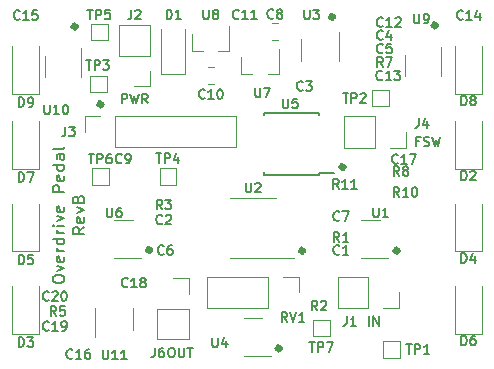
<source format=gbr>
G04 #@! TF.GenerationSoftware,KiCad,Pcbnew,5.1.5-52549c5~84~ubuntu18.04.1*
G04 #@! TF.CreationDate,2020-03-31T23:43:49+01:00*
G04 #@! TF.ProjectId,OverdrivePedal_RevB,4f766572-6472-4697-9665-506564616c5f,RevB*
G04 #@! TF.SameCoordinates,Original*
G04 #@! TF.FileFunction,Legend,Top*
G04 #@! TF.FilePolarity,Positive*
%FSLAX46Y46*%
G04 Gerber Fmt 4.6, Leading zero omitted, Abs format (unit mm)*
G04 Created by KiCad (PCBNEW 5.1.5-52549c5~84~ubuntu18.04.1) date 2020-03-31 23:43:49*
%MOMM*%
%LPD*%
G04 APERTURE LIST*
%ADD10C,0.150000*%
%ADD11C,0.500000*%
%ADD12C,0.200000*%
%ADD13C,0.120000*%
G04 APERTURE END LIST*
D10*
X159042190Y-92195657D02*
X158775523Y-92195657D01*
X158775523Y-92614704D02*
X158775523Y-91814704D01*
X159156476Y-91814704D01*
X159423142Y-92576609D02*
X159537428Y-92614704D01*
X159727904Y-92614704D01*
X159804095Y-92576609D01*
X159842190Y-92538514D01*
X159880285Y-92462323D01*
X159880285Y-92386133D01*
X159842190Y-92309942D01*
X159804095Y-92271847D01*
X159727904Y-92233752D01*
X159575523Y-92195657D01*
X159499333Y-92157561D01*
X159461238Y-92119466D01*
X159423142Y-92043276D01*
X159423142Y-91967085D01*
X159461238Y-91890895D01*
X159499333Y-91852800D01*
X159575523Y-91814704D01*
X159766000Y-91814704D01*
X159880285Y-91852800D01*
X160146952Y-91814704D02*
X160337428Y-92614704D01*
X160489809Y-92043276D01*
X160642190Y-92614704D01*
X160832666Y-91814704D01*
D11*
X152654000Y-94361000D02*
G75*
G03X152654000Y-94361000I-127000J0D01*
G01*
X136271000Y-101396800D02*
G75*
G03X136271000Y-101396800I-127000J0D01*
G01*
X147256500Y-109715300D02*
G75*
G03X147256500Y-109715300I-127000J0D01*
G01*
X129984500Y-82486500D02*
G75*
G03X129984500Y-82486500I-127000J0D01*
G01*
X151765000Y-81661000D02*
G75*
G03X151765000Y-81661000I-127000J0D01*
G01*
X160464500Y-82359500D02*
G75*
G03X160464500Y-82359500I-127000J0D01*
G01*
X157226000Y-101460300D02*
G75*
G03X157226000Y-101460300I-127000J0D01*
G01*
X149225000Y-101460300D02*
G75*
G03X149225000Y-101460300I-127000J0D01*
G01*
X132156200Y-89052400D02*
G75*
G03X132156200Y-89052400I-127000J0D01*
G01*
D10*
X133858133Y-88957104D02*
X133858133Y-88157104D01*
X134162895Y-88157104D01*
X134239085Y-88195200D01*
X134277180Y-88233295D01*
X134315276Y-88309485D01*
X134315276Y-88423771D01*
X134277180Y-88499961D01*
X134239085Y-88538057D01*
X134162895Y-88576152D01*
X133858133Y-88576152D01*
X134581942Y-88157104D02*
X134772419Y-88957104D01*
X134924800Y-88385676D01*
X135077180Y-88957104D01*
X135267657Y-88157104D01*
X136029561Y-88957104D02*
X135762895Y-88576152D01*
X135572419Y-88957104D02*
X135572419Y-88157104D01*
X135877180Y-88157104D01*
X135953371Y-88195200D01*
X135991466Y-88233295D01*
X136029561Y-88309485D01*
X136029561Y-88423771D01*
X135991466Y-88499961D01*
X135953371Y-88538057D01*
X135877180Y-88576152D01*
X135572419Y-88576152D01*
X137985600Y-109670904D02*
X138137980Y-109670904D01*
X138214171Y-109709000D01*
X138290361Y-109785190D01*
X138328457Y-109937571D01*
X138328457Y-110204238D01*
X138290361Y-110356619D01*
X138214171Y-110432809D01*
X138137980Y-110470904D01*
X137985600Y-110470904D01*
X137909409Y-110432809D01*
X137833219Y-110356619D01*
X137795123Y-110204238D01*
X137795123Y-109937571D01*
X137833219Y-109785190D01*
X137909409Y-109709000D01*
X137985600Y-109670904D01*
X138671314Y-109670904D02*
X138671314Y-110318523D01*
X138709409Y-110394714D01*
X138747504Y-110432809D01*
X138823695Y-110470904D01*
X138976076Y-110470904D01*
X139052266Y-110432809D01*
X139090361Y-110394714D01*
X139128457Y-110318523D01*
X139128457Y-109670904D01*
X139395123Y-109670904D02*
X139852266Y-109670904D01*
X139623695Y-110470904D02*
X139623695Y-109670904D01*
X154774952Y-107803904D02*
X154774952Y-107003904D01*
X155155904Y-107803904D02*
X155155904Y-107003904D01*
X155613047Y-107803904D01*
X155613047Y-107003904D01*
D12*
X127989980Y-103950400D02*
X127989980Y-103759923D01*
X128037600Y-103664685D01*
X128132838Y-103569447D01*
X128323314Y-103521828D01*
X128656647Y-103521828D01*
X128847123Y-103569447D01*
X128942361Y-103664685D01*
X128989980Y-103759923D01*
X128989980Y-103950400D01*
X128942361Y-104045638D01*
X128847123Y-104140876D01*
X128656647Y-104188495D01*
X128323314Y-104188495D01*
X128132838Y-104140876D01*
X128037600Y-104045638D01*
X127989980Y-103950400D01*
X128323314Y-103188495D02*
X128989980Y-102950400D01*
X128323314Y-102712304D01*
X128942361Y-101950400D02*
X128989980Y-102045638D01*
X128989980Y-102236114D01*
X128942361Y-102331352D01*
X128847123Y-102378971D01*
X128466171Y-102378971D01*
X128370933Y-102331352D01*
X128323314Y-102236114D01*
X128323314Y-102045638D01*
X128370933Y-101950400D01*
X128466171Y-101902780D01*
X128561409Y-101902780D01*
X128656647Y-102378971D01*
X128989980Y-101474209D02*
X128323314Y-101474209D01*
X128513790Y-101474209D02*
X128418552Y-101426590D01*
X128370933Y-101378971D01*
X128323314Y-101283733D01*
X128323314Y-101188495D01*
X128989980Y-100426590D02*
X127989980Y-100426590D01*
X128942361Y-100426590D02*
X128989980Y-100521828D01*
X128989980Y-100712304D01*
X128942361Y-100807542D01*
X128894742Y-100855161D01*
X128799504Y-100902780D01*
X128513790Y-100902780D01*
X128418552Y-100855161D01*
X128370933Y-100807542D01*
X128323314Y-100712304D01*
X128323314Y-100521828D01*
X128370933Y-100426590D01*
X128989980Y-99950400D02*
X128323314Y-99950400D01*
X128513790Y-99950400D02*
X128418552Y-99902780D01*
X128370933Y-99855161D01*
X128323314Y-99759923D01*
X128323314Y-99664685D01*
X128989980Y-99331352D02*
X128323314Y-99331352D01*
X127989980Y-99331352D02*
X128037600Y-99378971D01*
X128085219Y-99331352D01*
X128037600Y-99283733D01*
X127989980Y-99331352D01*
X128085219Y-99331352D01*
X128323314Y-98950400D02*
X128989980Y-98712304D01*
X128323314Y-98474209D01*
X128942361Y-97712304D02*
X128989980Y-97807542D01*
X128989980Y-97998019D01*
X128942361Y-98093257D01*
X128847123Y-98140876D01*
X128466171Y-98140876D01*
X128370933Y-98093257D01*
X128323314Y-97998019D01*
X128323314Y-97807542D01*
X128370933Y-97712304D01*
X128466171Y-97664685D01*
X128561409Y-97664685D01*
X128656647Y-98140876D01*
X128989980Y-96474209D02*
X127989980Y-96474209D01*
X127989980Y-96093257D01*
X128037600Y-95998019D01*
X128085219Y-95950400D01*
X128180457Y-95902780D01*
X128323314Y-95902780D01*
X128418552Y-95950400D01*
X128466171Y-95998019D01*
X128513790Y-96093257D01*
X128513790Y-96474209D01*
X128942361Y-95093257D02*
X128989980Y-95188495D01*
X128989980Y-95378971D01*
X128942361Y-95474209D01*
X128847123Y-95521828D01*
X128466171Y-95521828D01*
X128370933Y-95474209D01*
X128323314Y-95378971D01*
X128323314Y-95188495D01*
X128370933Y-95093257D01*
X128466171Y-95045638D01*
X128561409Y-95045638D01*
X128656647Y-95521828D01*
X128989980Y-94188495D02*
X127989980Y-94188495D01*
X128942361Y-94188495D02*
X128989980Y-94283733D01*
X128989980Y-94474209D01*
X128942361Y-94569447D01*
X128894742Y-94617066D01*
X128799504Y-94664685D01*
X128513790Y-94664685D01*
X128418552Y-94617066D01*
X128370933Y-94569447D01*
X128323314Y-94474209D01*
X128323314Y-94283733D01*
X128370933Y-94188495D01*
X128989980Y-93283733D02*
X128466171Y-93283733D01*
X128370933Y-93331352D01*
X128323314Y-93426590D01*
X128323314Y-93617066D01*
X128370933Y-93712304D01*
X128942361Y-93283733D02*
X128989980Y-93378971D01*
X128989980Y-93617066D01*
X128942361Y-93712304D01*
X128847123Y-93759923D01*
X128751885Y-93759923D01*
X128656647Y-93712304D01*
X128609028Y-93617066D01*
X128609028Y-93378971D01*
X128561409Y-93283733D01*
X128989980Y-92664685D02*
X128942361Y-92759923D01*
X128847123Y-92807542D01*
X127989980Y-92807542D01*
X130689980Y-99450400D02*
X130213790Y-99783733D01*
X130689980Y-100021828D02*
X129689980Y-100021828D01*
X129689980Y-99640876D01*
X129737600Y-99545638D01*
X129785219Y-99498019D01*
X129880457Y-99450400D01*
X130023314Y-99450400D01*
X130118552Y-99498019D01*
X130166171Y-99545638D01*
X130213790Y-99640876D01*
X130213790Y-100021828D01*
X130642361Y-98640876D02*
X130689980Y-98736114D01*
X130689980Y-98926590D01*
X130642361Y-99021828D01*
X130547123Y-99069447D01*
X130166171Y-99069447D01*
X130070933Y-99021828D01*
X130023314Y-98926590D01*
X130023314Y-98736114D01*
X130070933Y-98640876D01*
X130166171Y-98593257D01*
X130261409Y-98593257D01*
X130356647Y-99069447D01*
X130023314Y-98259923D02*
X130689980Y-98021828D01*
X130023314Y-97783733D01*
X130166171Y-97069447D02*
X130213790Y-96926590D01*
X130261409Y-96878971D01*
X130356647Y-96831352D01*
X130499504Y-96831352D01*
X130594742Y-96878971D01*
X130642361Y-96926590D01*
X130689980Y-97021828D01*
X130689980Y-97402780D01*
X129689980Y-97402780D01*
X129689980Y-97069447D01*
X129737600Y-96974209D01*
X129785219Y-96926590D01*
X129880457Y-96878971D01*
X129975695Y-96878971D01*
X130070933Y-96926590D01*
X130118552Y-96974209D01*
X130166171Y-97069447D01*
X130166171Y-97402780D01*
D13*
X141115148Y-87324000D02*
X141637652Y-87324000D01*
X141115148Y-85904000D02*
X141637652Y-85904000D01*
X147073252Y-82195600D02*
X146550748Y-82195600D01*
X147073252Y-83615600D02*
X146550748Y-83615600D01*
X151449000Y-107300800D02*
X151449000Y-108700800D01*
X150049000Y-107300800D02*
X151449000Y-107300800D01*
X150049000Y-108700800D02*
X150049000Y-107300800D01*
X151449000Y-108700800D02*
X150049000Y-108700800D01*
X132754600Y-94461100D02*
X132754600Y-95861100D01*
X131354600Y-94461100D02*
X132754600Y-94461100D01*
X131354600Y-95861100D02*
X131354600Y-94461100D01*
X132754600Y-95861100D02*
X131354600Y-95861100D01*
X131253000Y-83631000D02*
X131253000Y-82231000D01*
X132653000Y-83631000D02*
X131253000Y-83631000D01*
X132653000Y-82231000D02*
X132653000Y-83631000D01*
X131253000Y-82231000D02*
X132653000Y-82231000D01*
X137056900Y-95861100D02*
X137056900Y-94461100D01*
X138456900Y-95861100D02*
X137056900Y-95861100D01*
X138456900Y-94461100D02*
X138456900Y-95861100D01*
X137056900Y-94461100D02*
X138456900Y-94461100D01*
X131176800Y-88025200D02*
X131176800Y-86625200D01*
X132576800Y-88025200D02*
X131176800Y-88025200D01*
X132576800Y-86625200D02*
X132576800Y-88025200D01*
X131176800Y-86625200D02*
X132576800Y-86625200D01*
X155040100Y-89219000D02*
X155040100Y-87819000D01*
X156440100Y-89219000D02*
X155040100Y-89219000D01*
X156440100Y-87819000D02*
X156440100Y-89219000D01*
X155040100Y-87819000D02*
X156440100Y-87819000D01*
X155967200Y-109104200D02*
X157367200Y-109104200D01*
X155967200Y-110504200D02*
X155967200Y-109104200D01*
X157367200Y-110504200D02*
X155967200Y-110504200D01*
X157367200Y-109104200D02*
X157367200Y-110504200D01*
X131613000Y-106338800D02*
X131613000Y-108788800D01*
X134833000Y-108138800D02*
X134833000Y-106338800D01*
X152232000Y-85355000D02*
X152232000Y-82905000D01*
X149012000Y-83555000D02*
X149012000Y-85355000D01*
X130415000Y-86732000D02*
X130415000Y-84302000D01*
X127345000Y-84972000D02*
X127345000Y-86732000D01*
X160895000Y-86655800D02*
X160895000Y-84225800D01*
X157825000Y-84895800D02*
X157825000Y-86655800D01*
X139771000Y-84580000D02*
X139771000Y-83120000D01*
X142931000Y-84580000D02*
X142931000Y-82420000D01*
X142931000Y-84580000D02*
X142001000Y-84580000D01*
X139771000Y-84580000D02*
X140701000Y-84580000D01*
X143962000Y-86510400D02*
X143962000Y-85050400D01*
X147122000Y-86510400D02*
X147122000Y-84350400D01*
X147122000Y-86510400D02*
X146192000Y-86510400D01*
X143962000Y-86510400D02*
X144892000Y-86510400D01*
X133159600Y-102069700D02*
X135459600Y-102069700D01*
X134759600Y-98869700D02*
X133159600Y-98869700D01*
D10*
X150508600Y-94905200D02*
X151858600Y-94905200D01*
X150508600Y-89780200D02*
X145858600Y-89780200D01*
X150508600Y-95030200D02*
X145858600Y-95030200D01*
X150508600Y-89780200D02*
X150508600Y-90005200D01*
X145858600Y-89780200D02*
X145858600Y-90005200D01*
X145858600Y-95030200D02*
X145858600Y-94805200D01*
X150508600Y-95030200D02*
X150508600Y-94905200D01*
D13*
X144157800Y-110388200D02*
X146457800Y-110388200D01*
X145757800Y-107188200D02*
X144157800Y-107188200D01*
X144957800Y-102077200D02*
X148407800Y-102077200D01*
X144957800Y-102077200D02*
X143007800Y-102077200D01*
X144957800Y-96957200D02*
X146907800Y-96957200D01*
X144957800Y-96957200D02*
X143007800Y-96957200D01*
X154080800Y-102072200D02*
X156380800Y-102072200D01*
X155680800Y-98872200D02*
X154080800Y-98872200D01*
X157895600Y-91389200D02*
X157895600Y-92719200D01*
X157895600Y-92719200D02*
X156565600Y-92719200D01*
X155295600Y-92719200D02*
X152695600Y-92719200D01*
X152695600Y-90059200D02*
X152695600Y-92719200D01*
X155295600Y-90059200D02*
X152695600Y-90059200D01*
X155295600Y-90059200D02*
X155295600Y-92719200D01*
X148827800Y-103648200D02*
X148827800Y-104978200D01*
X147497800Y-103648200D02*
X148827800Y-103648200D01*
X146227800Y-103648200D02*
X146227800Y-106308200D01*
X146227800Y-106308200D02*
X141087800Y-106308200D01*
X146227800Y-103648200D02*
X141087800Y-103648200D01*
X141087800Y-103648200D02*
X141087800Y-106308200D01*
X138176000Y-103749800D02*
X139506000Y-103749800D01*
X139506000Y-103749800D02*
X139506000Y-105079800D01*
X139506000Y-106349800D02*
X139506000Y-108949800D01*
X136846000Y-108949800D02*
X139506000Y-108949800D01*
X136846000Y-106349800D02*
X136846000Y-108949800D01*
X136846000Y-106349800D02*
X139506000Y-106349800D01*
X130699200Y-91363800D02*
X130699200Y-90033800D01*
X130699200Y-90033800D02*
X132029200Y-90033800D01*
X133299200Y-90033800D02*
X143519200Y-90033800D01*
X143519200Y-92693800D02*
X143519200Y-90033800D01*
X133299200Y-92693800D02*
X143519200Y-92693800D01*
X133299200Y-92693800D02*
X133299200Y-90033800D01*
X136254800Y-87537600D02*
X134924800Y-87537600D01*
X136254800Y-86207600D02*
X136254800Y-87537600D01*
X136254800Y-84937600D02*
X133594800Y-84937600D01*
X133594800Y-84937600D02*
X133594800Y-82337600D01*
X136254800Y-84937600D02*
X136254800Y-82337600D01*
X136254800Y-82337600D02*
X133594800Y-82337600D01*
X157336800Y-104978200D02*
X157336800Y-106308200D01*
X157336800Y-106308200D02*
X156006800Y-106308200D01*
X154736800Y-106308200D02*
X152136800Y-106308200D01*
X152136800Y-103648200D02*
X152136800Y-106308200D01*
X154736800Y-103648200D02*
X152136800Y-103648200D01*
X154736800Y-103648200D02*
X154736800Y-106308200D01*
X126865000Y-88185000D02*
X126865000Y-84125000D01*
X124595000Y-88185000D02*
X126865000Y-88185000D01*
X124595000Y-84125000D02*
X124595000Y-88185000D01*
X164330000Y-88185000D02*
X164330000Y-84125000D01*
X162060000Y-88185000D02*
X164330000Y-88185000D01*
X162060000Y-84125000D02*
X162060000Y-88185000D01*
X126865000Y-94535000D02*
X126865000Y-90475000D01*
X124595000Y-94535000D02*
X126865000Y-94535000D01*
X124595000Y-90475000D02*
X124595000Y-94535000D01*
X164330000Y-108505000D02*
X164330000Y-104445000D01*
X162060000Y-108505000D02*
X164330000Y-108505000D01*
X162060000Y-104445000D02*
X162060000Y-108505000D01*
X126865000Y-101520000D02*
X126865000Y-97460000D01*
X124595000Y-101520000D02*
X126865000Y-101520000D01*
X124595000Y-97460000D02*
X124595000Y-101520000D01*
X164330000Y-101520000D02*
X164330000Y-97460000D01*
X162060000Y-101520000D02*
X164330000Y-101520000D01*
X162060000Y-97460000D02*
X162060000Y-101520000D01*
X126865000Y-108505000D02*
X126865000Y-104445000D01*
X124595000Y-108505000D02*
X126865000Y-108505000D01*
X124595000Y-104445000D02*
X124595000Y-108505000D01*
X164330000Y-94535000D02*
X164330000Y-90475000D01*
X162060000Y-94535000D02*
X164330000Y-94535000D01*
X162060000Y-90475000D02*
X162060000Y-94535000D01*
X137176000Y-86528000D02*
X137176000Y-82678000D01*
X139176000Y-86528000D02*
X139176000Y-82678000D01*
X137176000Y-86528000D02*
X139176000Y-86528000D01*
D10*
X140862114Y-88499914D02*
X140824019Y-88538009D01*
X140709733Y-88576104D01*
X140633542Y-88576104D01*
X140519257Y-88538009D01*
X140443066Y-88461819D01*
X140404971Y-88385628D01*
X140366876Y-88233247D01*
X140366876Y-88118961D01*
X140404971Y-87966580D01*
X140443066Y-87890390D01*
X140519257Y-87814200D01*
X140633542Y-87776104D01*
X140709733Y-87776104D01*
X140824019Y-87814200D01*
X140862114Y-87852295D01*
X141624019Y-88576104D02*
X141166876Y-88576104D01*
X141395447Y-88576104D02*
X141395447Y-87776104D01*
X141319257Y-87890390D01*
X141243066Y-87966580D01*
X141166876Y-88004676D01*
X142119257Y-87776104D02*
X142195447Y-87776104D01*
X142271638Y-87814200D01*
X142309733Y-87852295D01*
X142347828Y-87928485D01*
X142385923Y-88080866D01*
X142385923Y-88271342D01*
X142347828Y-88423723D01*
X142309733Y-88499914D01*
X142271638Y-88538009D01*
X142195447Y-88576104D01*
X142119257Y-88576104D01*
X142043066Y-88538009D01*
X142004971Y-88499914D01*
X141966876Y-88423723D01*
X141928780Y-88271342D01*
X141928780Y-88080866D01*
X141966876Y-87928485D01*
X142004971Y-87852295D01*
X142043066Y-87814200D01*
X142119257Y-87776104D01*
X146678666Y-81718114D02*
X146640571Y-81756209D01*
X146526285Y-81794304D01*
X146450095Y-81794304D01*
X146335809Y-81756209D01*
X146259619Y-81680019D01*
X146221523Y-81603828D01*
X146183428Y-81451447D01*
X146183428Y-81337161D01*
X146221523Y-81184780D01*
X146259619Y-81108590D01*
X146335809Y-81032400D01*
X146450095Y-80994304D01*
X146526285Y-80994304D01*
X146640571Y-81032400D01*
X146678666Y-81070495D01*
X147135809Y-81337161D02*
X147059619Y-81299066D01*
X147021523Y-81260971D01*
X146983428Y-81184780D01*
X146983428Y-81146685D01*
X147021523Y-81070495D01*
X147059619Y-81032400D01*
X147135809Y-80994304D01*
X147288190Y-80994304D01*
X147364380Y-81032400D01*
X147402476Y-81070495D01*
X147440571Y-81146685D01*
X147440571Y-81184780D01*
X147402476Y-81260971D01*
X147364380Y-81299066D01*
X147288190Y-81337161D01*
X147135809Y-81337161D01*
X147059619Y-81375257D01*
X147021523Y-81413352D01*
X146983428Y-81489542D01*
X146983428Y-81641923D01*
X147021523Y-81718114D01*
X147059619Y-81756209D01*
X147135809Y-81794304D01*
X147288190Y-81794304D01*
X147364380Y-81756209D01*
X147402476Y-81718114D01*
X147440571Y-81641923D01*
X147440571Y-81489542D01*
X147402476Y-81413352D01*
X147364380Y-81375257D01*
X147288190Y-81337161D01*
X149739476Y-109213704D02*
X150196619Y-109213704D01*
X149968047Y-110013704D02*
X149968047Y-109213704D01*
X150463285Y-110013704D02*
X150463285Y-109213704D01*
X150768047Y-109213704D01*
X150844238Y-109251800D01*
X150882333Y-109289895D01*
X150920428Y-109366085D01*
X150920428Y-109480371D01*
X150882333Y-109556561D01*
X150844238Y-109594657D01*
X150768047Y-109632752D01*
X150463285Y-109632752D01*
X151187095Y-109213704D02*
X151720428Y-109213704D01*
X151377571Y-110013704D01*
X131045076Y-93262504D02*
X131502219Y-93262504D01*
X131273647Y-94062504D02*
X131273647Y-93262504D01*
X131768885Y-94062504D02*
X131768885Y-93262504D01*
X132073647Y-93262504D01*
X132149838Y-93300600D01*
X132187933Y-93338695D01*
X132226028Y-93414885D01*
X132226028Y-93529171D01*
X132187933Y-93605361D01*
X132149838Y-93643457D01*
X132073647Y-93681552D01*
X131768885Y-93681552D01*
X132911742Y-93262504D02*
X132759361Y-93262504D01*
X132683171Y-93300600D01*
X132645076Y-93338695D01*
X132568885Y-93452980D01*
X132530790Y-93605361D01*
X132530790Y-93910123D01*
X132568885Y-93986314D01*
X132606980Y-94024409D01*
X132683171Y-94062504D01*
X132835552Y-94062504D01*
X132911742Y-94024409D01*
X132949838Y-93986314D01*
X132987933Y-93910123D01*
X132987933Y-93719647D01*
X132949838Y-93643457D01*
X132911742Y-93605361D01*
X132835552Y-93567266D01*
X132683171Y-93567266D01*
X132606980Y-93605361D01*
X132568885Y-93643457D01*
X132530790Y-93719647D01*
X130943476Y-81044904D02*
X131400619Y-81044904D01*
X131172047Y-81844904D02*
X131172047Y-81044904D01*
X131667285Y-81844904D02*
X131667285Y-81044904D01*
X131972047Y-81044904D01*
X132048238Y-81083000D01*
X132086333Y-81121095D01*
X132124428Y-81197285D01*
X132124428Y-81311571D01*
X132086333Y-81387761D01*
X132048238Y-81425857D01*
X131972047Y-81463952D01*
X131667285Y-81463952D01*
X132848238Y-81044904D02*
X132467285Y-81044904D01*
X132429190Y-81425857D01*
X132467285Y-81387761D01*
X132543476Y-81349666D01*
X132733952Y-81349666D01*
X132810142Y-81387761D01*
X132848238Y-81425857D01*
X132886333Y-81502047D01*
X132886333Y-81692523D01*
X132848238Y-81768714D01*
X132810142Y-81806809D01*
X132733952Y-81844904D01*
X132543476Y-81844904D01*
X132467285Y-81806809D01*
X132429190Y-81768714D01*
X136747376Y-93211704D02*
X137204519Y-93211704D01*
X136975947Y-94011704D02*
X136975947Y-93211704D01*
X137471185Y-94011704D02*
X137471185Y-93211704D01*
X137775947Y-93211704D01*
X137852138Y-93249800D01*
X137890233Y-93287895D01*
X137928328Y-93364085D01*
X137928328Y-93478371D01*
X137890233Y-93554561D01*
X137852138Y-93592657D01*
X137775947Y-93630752D01*
X137471185Y-93630752D01*
X138614042Y-93478371D02*
X138614042Y-94011704D01*
X138423566Y-93173609D02*
X138233090Y-93745038D01*
X138728328Y-93745038D01*
X130816476Y-85312304D02*
X131273619Y-85312304D01*
X131045047Y-86112304D02*
X131045047Y-85312304D01*
X131540285Y-86112304D02*
X131540285Y-85312304D01*
X131845047Y-85312304D01*
X131921238Y-85350400D01*
X131959333Y-85388495D01*
X131997428Y-85464685D01*
X131997428Y-85578971D01*
X131959333Y-85655161D01*
X131921238Y-85693257D01*
X131845047Y-85731352D01*
X131540285Y-85731352D01*
X132264095Y-85312304D02*
X132759333Y-85312304D01*
X132492666Y-85617066D01*
X132606952Y-85617066D01*
X132683142Y-85655161D01*
X132721238Y-85693257D01*
X132759333Y-85769447D01*
X132759333Y-85959923D01*
X132721238Y-86036114D01*
X132683142Y-86074209D01*
X132606952Y-86112304D01*
X132378380Y-86112304D01*
X132302190Y-86074209D01*
X132264095Y-86036114D01*
X152571576Y-88106304D02*
X153028719Y-88106304D01*
X152800147Y-88906304D02*
X152800147Y-88106304D01*
X153295385Y-88906304D02*
X153295385Y-88106304D01*
X153600147Y-88106304D01*
X153676338Y-88144400D01*
X153714433Y-88182495D01*
X153752528Y-88258685D01*
X153752528Y-88372971D01*
X153714433Y-88449161D01*
X153676338Y-88487257D01*
X153600147Y-88525352D01*
X153295385Y-88525352D01*
X154057290Y-88182495D02*
X154095385Y-88144400D01*
X154171576Y-88106304D01*
X154362052Y-88106304D01*
X154438242Y-88144400D01*
X154476338Y-88182495D01*
X154514433Y-88258685D01*
X154514433Y-88334876D01*
X154476338Y-88449161D01*
X154019195Y-88906304D01*
X154514433Y-88906304D01*
X157943676Y-109366104D02*
X158400819Y-109366104D01*
X158172247Y-110166104D02*
X158172247Y-109366104D01*
X158667485Y-110166104D02*
X158667485Y-109366104D01*
X158972247Y-109366104D01*
X159048438Y-109404200D01*
X159086533Y-109442295D01*
X159124628Y-109518485D01*
X159124628Y-109632771D01*
X159086533Y-109708961D01*
X159048438Y-109747057D01*
X158972247Y-109785152D01*
X158667485Y-109785152D01*
X159886533Y-110166104D02*
X159429390Y-110166104D01*
X159657961Y-110166104D02*
X159657961Y-109366104D01*
X159581771Y-109480390D01*
X159505580Y-109556580D01*
X159429390Y-109594676D01*
X132257923Y-109848704D02*
X132257923Y-110496323D01*
X132296019Y-110572514D01*
X132334114Y-110610609D01*
X132410304Y-110648704D01*
X132562685Y-110648704D01*
X132638876Y-110610609D01*
X132676971Y-110572514D01*
X132715066Y-110496323D01*
X132715066Y-109848704D01*
X133515066Y-110648704D02*
X133057923Y-110648704D01*
X133286495Y-110648704D02*
X133286495Y-109848704D01*
X133210304Y-109962990D01*
X133134114Y-110039180D01*
X133057923Y-110077276D01*
X134276971Y-110648704D02*
X133819828Y-110648704D01*
X134048400Y-110648704D02*
X134048400Y-109848704D01*
X133972209Y-109962990D01*
X133896019Y-110039180D01*
X133819828Y-110077276D01*
X128289066Y-106965704D02*
X128022400Y-106584752D01*
X127831923Y-106965704D02*
X127831923Y-106165704D01*
X128136685Y-106165704D01*
X128212876Y-106203800D01*
X128250971Y-106241895D01*
X128289066Y-106318085D01*
X128289066Y-106432371D01*
X128250971Y-106508561D01*
X128212876Y-106546657D01*
X128136685Y-106584752D01*
X127831923Y-106584752D01*
X129012876Y-106165704D02*
X128631923Y-106165704D01*
X128593828Y-106546657D01*
X128631923Y-106508561D01*
X128708114Y-106470466D01*
X128898590Y-106470466D01*
X128974780Y-106508561D01*
X129012876Y-106546657D01*
X129050971Y-106622847D01*
X129050971Y-106813323D01*
X129012876Y-106889514D01*
X128974780Y-106927609D01*
X128898590Y-106965704D01*
X128708114Y-106965704D01*
X128631923Y-106927609D01*
X128593828Y-106889514D01*
X127654114Y-105619514D02*
X127616019Y-105657609D01*
X127501733Y-105695704D01*
X127425542Y-105695704D01*
X127311257Y-105657609D01*
X127235066Y-105581419D01*
X127196971Y-105505228D01*
X127158876Y-105352847D01*
X127158876Y-105238561D01*
X127196971Y-105086180D01*
X127235066Y-105009990D01*
X127311257Y-104933800D01*
X127425542Y-104895704D01*
X127501733Y-104895704D01*
X127616019Y-104933800D01*
X127654114Y-104971895D01*
X127958876Y-104971895D02*
X127996971Y-104933800D01*
X128073161Y-104895704D01*
X128263638Y-104895704D01*
X128339828Y-104933800D01*
X128377923Y-104971895D01*
X128416019Y-105048085D01*
X128416019Y-105124276D01*
X128377923Y-105238561D01*
X127920780Y-105695704D01*
X128416019Y-105695704D01*
X128911257Y-104895704D02*
X128987447Y-104895704D01*
X129063638Y-104933800D01*
X129101733Y-104971895D01*
X129139828Y-105048085D01*
X129177923Y-105200466D01*
X129177923Y-105390942D01*
X129139828Y-105543323D01*
X129101733Y-105619514D01*
X129063638Y-105657609D01*
X128987447Y-105695704D01*
X128911257Y-105695704D01*
X128835066Y-105657609D01*
X128796971Y-105619514D01*
X128758876Y-105543323D01*
X128720780Y-105390942D01*
X128720780Y-105200466D01*
X128758876Y-105048085D01*
X128796971Y-104971895D01*
X128835066Y-104933800D01*
X128911257Y-104895704D01*
X127654114Y-108159514D02*
X127616019Y-108197609D01*
X127501733Y-108235704D01*
X127425542Y-108235704D01*
X127311257Y-108197609D01*
X127235066Y-108121419D01*
X127196971Y-108045228D01*
X127158876Y-107892847D01*
X127158876Y-107778561D01*
X127196971Y-107626180D01*
X127235066Y-107549990D01*
X127311257Y-107473800D01*
X127425542Y-107435704D01*
X127501733Y-107435704D01*
X127616019Y-107473800D01*
X127654114Y-107511895D01*
X128416019Y-108235704D02*
X127958876Y-108235704D01*
X128187447Y-108235704D02*
X128187447Y-107435704D01*
X128111257Y-107549990D01*
X128035066Y-107626180D01*
X127958876Y-107664276D01*
X128796971Y-108235704D02*
X128949352Y-108235704D01*
X129025542Y-108197609D01*
X129063638Y-108159514D01*
X129139828Y-108045228D01*
X129177923Y-107892847D01*
X129177923Y-107588085D01*
X129139828Y-107511895D01*
X129101733Y-107473800D01*
X129025542Y-107435704D01*
X128873161Y-107435704D01*
X128796971Y-107473800D01*
X128758876Y-107511895D01*
X128720780Y-107588085D01*
X128720780Y-107778561D01*
X128758876Y-107854752D01*
X128796971Y-107892847D01*
X128873161Y-107930942D01*
X129025542Y-107930942D01*
X129101733Y-107892847D01*
X129139828Y-107854752D01*
X129177923Y-107778561D01*
X134359714Y-104476514D02*
X134321619Y-104514609D01*
X134207333Y-104552704D01*
X134131142Y-104552704D01*
X134016857Y-104514609D01*
X133940666Y-104438419D01*
X133902571Y-104362228D01*
X133864476Y-104209847D01*
X133864476Y-104095561D01*
X133902571Y-103943180D01*
X133940666Y-103866990D01*
X134016857Y-103790800D01*
X134131142Y-103752704D01*
X134207333Y-103752704D01*
X134321619Y-103790800D01*
X134359714Y-103828895D01*
X135121619Y-104552704D02*
X134664476Y-104552704D01*
X134893047Y-104552704D02*
X134893047Y-103752704D01*
X134816857Y-103866990D01*
X134740666Y-103943180D01*
X134664476Y-103981276D01*
X135578761Y-104095561D02*
X135502571Y-104057466D01*
X135464476Y-104019371D01*
X135426380Y-103943180D01*
X135426380Y-103905085D01*
X135464476Y-103828895D01*
X135502571Y-103790800D01*
X135578761Y-103752704D01*
X135731142Y-103752704D01*
X135807333Y-103790800D01*
X135845428Y-103828895D01*
X135883523Y-103905085D01*
X135883523Y-103943180D01*
X135845428Y-104019371D01*
X135807333Y-104057466D01*
X135731142Y-104095561D01*
X135578761Y-104095561D01*
X135502571Y-104133657D01*
X135464476Y-104171752D01*
X135426380Y-104247942D01*
X135426380Y-104400323D01*
X135464476Y-104476514D01*
X135502571Y-104514609D01*
X135578761Y-104552704D01*
X135731142Y-104552704D01*
X135807333Y-104514609D01*
X135845428Y-104476514D01*
X135883523Y-104400323D01*
X135883523Y-104247942D01*
X135845428Y-104171752D01*
X135807333Y-104133657D01*
X135731142Y-104095561D01*
X129660714Y-110521714D02*
X129622619Y-110559809D01*
X129508333Y-110597904D01*
X129432142Y-110597904D01*
X129317857Y-110559809D01*
X129241666Y-110483619D01*
X129203571Y-110407428D01*
X129165476Y-110255047D01*
X129165476Y-110140761D01*
X129203571Y-109988380D01*
X129241666Y-109912190D01*
X129317857Y-109836000D01*
X129432142Y-109797904D01*
X129508333Y-109797904D01*
X129622619Y-109836000D01*
X129660714Y-109874095D01*
X130422619Y-110597904D02*
X129965476Y-110597904D01*
X130194047Y-110597904D02*
X130194047Y-109797904D01*
X130117857Y-109912190D01*
X130041666Y-109988380D01*
X129965476Y-110026476D01*
X131108333Y-109797904D02*
X130955952Y-109797904D01*
X130879761Y-109836000D01*
X130841666Y-109874095D01*
X130765476Y-109988380D01*
X130727380Y-110140761D01*
X130727380Y-110445523D01*
X130765476Y-110521714D01*
X130803571Y-110559809D01*
X130879761Y-110597904D01*
X131032142Y-110597904D01*
X131108333Y-110559809D01*
X131146428Y-110521714D01*
X131184523Y-110445523D01*
X131184523Y-110255047D01*
X131146428Y-110178857D01*
X131108333Y-110140761D01*
X131032142Y-110102666D01*
X130879761Y-110102666D01*
X130803571Y-110140761D01*
X130765476Y-110178857D01*
X130727380Y-110255047D01*
X149313976Y-81045104D02*
X149313976Y-81692723D01*
X149352071Y-81768914D01*
X149390166Y-81807009D01*
X149466357Y-81845104D01*
X149618738Y-81845104D01*
X149694928Y-81807009D01*
X149733023Y-81768914D01*
X149771119Y-81692723D01*
X149771119Y-81045104D01*
X150075880Y-81045104D02*
X150571119Y-81045104D01*
X150304452Y-81349866D01*
X150418738Y-81349866D01*
X150494928Y-81387961D01*
X150533023Y-81426057D01*
X150571119Y-81502247D01*
X150571119Y-81692723D01*
X150533023Y-81768914D01*
X150494928Y-81807009D01*
X150418738Y-81845104D01*
X150190166Y-81845104D01*
X150113976Y-81807009D01*
X150075880Y-81768914D01*
X157219714Y-94011714D02*
X157181619Y-94049809D01*
X157067333Y-94087904D01*
X156991142Y-94087904D01*
X156876857Y-94049809D01*
X156800666Y-93973619D01*
X156762571Y-93897428D01*
X156724476Y-93745047D01*
X156724476Y-93630761D01*
X156762571Y-93478380D01*
X156800666Y-93402190D01*
X156876857Y-93326000D01*
X156991142Y-93287904D01*
X157067333Y-93287904D01*
X157181619Y-93326000D01*
X157219714Y-93364095D01*
X157981619Y-94087904D02*
X157524476Y-94087904D01*
X157753047Y-94087904D02*
X157753047Y-93287904D01*
X157676857Y-93402190D01*
X157600666Y-93478380D01*
X157524476Y-93516476D01*
X158248285Y-93287904D02*
X158781619Y-93287904D01*
X158438761Y-94087904D01*
X127279523Y-89096904D02*
X127279523Y-89744523D01*
X127317619Y-89820714D01*
X127355714Y-89858809D01*
X127431904Y-89896904D01*
X127584285Y-89896904D01*
X127660476Y-89858809D01*
X127698571Y-89820714D01*
X127736666Y-89744523D01*
X127736666Y-89096904D01*
X128536666Y-89896904D02*
X128079523Y-89896904D01*
X128308095Y-89896904D02*
X128308095Y-89096904D01*
X128231904Y-89211190D01*
X128155714Y-89287380D01*
X128079523Y-89325476D01*
X129031904Y-89096904D02*
X129108095Y-89096904D01*
X129184285Y-89135000D01*
X129222380Y-89173095D01*
X129260476Y-89249285D01*
X129298571Y-89401666D01*
X129298571Y-89592142D01*
X129260476Y-89744523D01*
X129222380Y-89820714D01*
X129184285Y-89858809D01*
X129108095Y-89896904D01*
X129031904Y-89896904D01*
X128955714Y-89858809D01*
X128917619Y-89820714D01*
X128879523Y-89744523D01*
X128841428Y-89592142D01*
X128841428Y-89401666D01*
X128879523Y-89249285D01*
X128917619Y-89173095D01*
X128955714Y-89135000D01*
X129031904Y-89096904D01*
X158597676Y-81400704D02*
X158597676Y-82048323D01*
X158635771Y-82124514D01*
X158673866Y-82162609D01*
X158750057Y-82200704D01*
X158902438Y-82200704D01*
X158978628Y-82162609D01*
X159016723Y-82124514D01*
X159054819Y-82048323D01*
X159054819Y-81400704D01*
X159473866Y-82200704D02*
X159626247Y-82200704D01*
X159702438Y-82162609D01*
X159740533Y-82124514D01*
X159816723Y-82010228D01*
X159854819Y-81857847D01*
X159854819Y-81553085D01*
X159816723Y-81476895D01*
X159778628Y-81438800D01*
X159702438Y-81400704D01*
X159550057Y-81400704D01*
X159473866Y-81438800D01*
X159435771Y-81476895D01*
X159397676Y-81553085D01*
X159397676Y-81743561D01*
X159435771Y-81819752D01*
X159473866Y-81857847D01*
X159550057Y-81895942D01*
X159702438Y-81895942D01*
X159778628Y-81857847D01*
X159816723Y-81819752D01*
X159854819Y-81743561D01*
X140766876Y-81045104D02*
X140766876Y-81692723D01*
X140804971Y-81768914D01*
X140843066Y-81807009D01*
X140919257Y-81845104D01*
X141071638Y-81845104D01*
X141147828Y-81807009D01*
X141185923Y-81768914D01*
X141224019Y-81692723D01*
X141224019Y-81045104D01*
X141719257Y-81387961D02*
X141643066Y-81349866D01*
X141604971Y-81311771D01*
X141566876Y-81235580D01*
X141566876Y-81197485D01*
X141604971Y-81121295D01*
X141643066Y-81083200D01*
X141719257Y-81045104D01*
X141871638Y-81045104D01*
X141947828Y-81083200D01*
X141985923Y-81121295D01*
X142024019Y-81197485D01*
X142024019Y-81235580D01*
X141985923Y-81311771D01*
X141947828Y-81349866D01*
X141871638Y-81387961D01*
X141719257Y-81387961D01*
X141643066Y-81426057D01*
X141604971Y-81464152D01*
X141566876Y-81540342D01*
X141566876Y-81692723D01*
X141604971Y-81768914D01*
X141643066Y-81807009D01*
X141719257Y-81845104D01*
X141871638Y-81845104D01*
X141947828Y-81807009D01*
X141985923Y-81768914D01*
X142024019Y-81692723D01*
X142024019Y-81540342D01*
X141985923Y-81464152D01*
X141947828Y-81426057D01*
X141871638Y-81387961D01*
X145135676Y-87649104D02*
X145135676Y-88296723D01*
X145173771Y-88372914D01*
X145211866Y-88411009D01*
X145288057Y-88449104D01*
X145440438Y-88449104D01*
X145516628Y-88411009D01*
X145554723Y-88372914D01*
X145592819Y-88296723D01*
X145592819Y-87649104D01*
X145897580Y-87649104D02*
X146430914Y-87649104D01*
X146088057Y-88449104D01*
X132588076Y-97809104D02*
X132588076Y-98456723D01*
X132626171Y-98532914D01*
X132664266Y-98571009D01*
X132740457Y-98609104D01*
X132892838Y-98609104D01*
X132969028Y-98571009D01*
X133007123Y-98532914D01*
X133045219Y-98456723D01*
X133045219Y-97809104D01*
X133769028Y-97809104D02*
X133616647Y-97809104D01*
X133540457Y-97847200D01*
X133502361Y-97885295D01*
X133426171Y-97999580D01*
X133388076Y-98151961D01*
X133388076Y-98456723D01*
X133426171Y-98532914D01*
X133464266Y-98571009D01*
X133540457Y-98609104D01*
X133692838Y-98609104D01*
X133769028Y-98571009D01*
X133807123Y-98532914D01*
X133845219Y-98456723D01*
X133845219Y-98266247D01*
X133807123Y-98190057D01*
X133769028Y-98151961D01*
X133692838Y-98113866D01*
X133540457Y-98113866D01*
X133464266Y-98151961D01*
X133426171Y-98190057D01*
X133388076Y-98266247D01*
X147497876Y-88588904D02*
X147497876Y-89236523D01*
X147535971Y-89312714D01*
X147574066Y-89350809D01*
X147650257Y-89388904D01*
X147802638Y-89388904D01*
X147878828Y-89350809D01*
X147916923Y-89312714D01*
X147955019Y-89236523D01*
X147955019Y-88588904D01*
X148716923Y-88588904D02*
X148335971Y-88588904D01*
X148297876Y-88969857D01*
X148335971Y-88931761D01*
X148412161Y-88893666D01*
X148602638Y-88893666D01*
X148678828Y-88931761D01*
X148716923Y-88969857D01*
X148755019Y-89046047D01*
X148755019Y-89236523D01*
X148716923Y-89312714D01*
X148678828Y-89350809D01*
X148602638Y-89388904D01*
X148412161Y-89388904D01*
X148335971Y-89350809D01*
X148297876Y-89312714D01*
X141528876Y-108807304D02*
X141528876Y-109454923D01*
X141566971Y-109531114D01*
X141605066Y-109569209D01*
X141681257Y-109607304D01*
X141833638Y-109607304D01*
X141909828Y-109569209D01*
X141947923Y-109531114D01*
X141986019Y-109454923D01*
X141986019Y-108807304D01*
X142709828Y-109073971D02*
X142709828Y-109607304D01*
X142519352Y-108769209D02*
X142328876Y-109340638D01*
X142824114Y-109340638D01*
X144348276Y-95713604D02*
X144348276Y-96361223D01*
X144386371Y-96437414D01*
X144424466Y-96475509D01*
X144500657Y-96513604D01*
X144653038Y-96513604D01*
X144729228Y-96475509D01*
X144767323Y-96437414D01*
X144805419Y-96361223D01*
X144805419Y-95713604D01*
X145148276Y-95789795D02*
X145186371Y-95751700D01*
X145262561Y-95713604D01*
X145453038Y-95713604D01*
X145529228Y-95751700D01*
X145567323Y-95789795D01*
X145605419Y-95865985D01*
X145605419Y-95942176D01*
X145567323Y-96056461D01*
X145110180Y-96513604D01*
X145605419Y-96513604D01*
X155143276Y-97809104D02*
X155143276Y-98456723D01*
X155181371Y-98532914D01*
X155219466Y-98571009D01*
X155295657Y-98609104D01*
X155448038Y-98609104D01*
X155524228Y-98571009D01*
X155562323Y-98532914D01*
X155600419Y-98456723D01*
X155600419Y-97809104D01*
X156400419Y-98609104D02*
X155943276Y-98609104D01*
X156171847Y-98609104D02*
X156171847Y-97809104D01*
X156095657Y-97923390D01*
X156019466Y-97999580D01*
X155943276Y-98037676D01*
X158991333Y-90239904D02*
X158991333Y-90811333D01*
X158953238Y-90925619D01*
X158877047Y-91001809D01*
X158762761Y-91039904D01*
X158686571Y-91039904D01*
X159715142Y-90506571D02*
X159715142Y-91039904D01*
X159524666Y-90201809D02*
X159334190Y-90773238D01*
X159829428Y-90773238D01*
X147859809Y-107473704D02*
X147593142Y-107092752D01*
X147402666Y-107473704D02*
X147402666Y-106673704D01*
X147707428Y-106673704D01*
X147783619Y-106711800D01*
X147821714Y-106749895D01*
X147859809Y-106826085D01*
X147859809Y-106940371D01*
X147821714Y-107016561D01*
X147783619Y-107054657D01*
X147707428Y-107092752D01*
X147402666Y-107092752D01*
X148088380Y-106673704D02*
X148355047Y-107473704D01*
X148621714Y-106673704D01*
X149307428Y-107473704D02*
X148850285Y-107473704D01*
X149078857Y-107473704D02*
X149078857Y-106673704D01*
X149002666Y-106787990D01*
X148926476Y-106864180D01*
X148850285Y-106902276D01*
X152215914Y-96196104D02*
X151949247Y-95815152D01*
X151758771Y-96196104D02*
X151758771Y-95396104D01*
X152063533Y-95396104D01*
X152139723Y-95434200D01*
X152177819Y-95472295D01*
X152215914Y-95548485D01*
X152215914Y-95662771D01*
X152177819Y-95738961D01*
X152139723Y-95777057D01*
X152063533Y-95815152D01*
X151758771Y-95815152D01*
X152977819Y-96196104D02*
X152520676Y-96196104D01*
X152749247Y-96196104D02*
X152749247Y-95396104D01*
X152673057Y-95510390D01*
X152596866Y-95586580D01*
X152520676Y-95624676D01*
X153739723Y-96196104D02*
X153282580Y-96196104D01*
X153511152Y-96196104D02*
X153511152Y-95396104D01*
X153434961Y-95510390D01*
X153358771Y-95586580D01*
X153282580Y-95624676D01*
X157346714Y-96881904D02*
X157080047Y-96500952D01*
X156889571Y-96881904D02*
X156889571Y-96081904D01*
X157194333Y-96081904D01*
X157270523Y-96120000D01*
X157308619Y-96158095D01*
X157346714Y-96234285D01*
X157346714Y-96348571D01*
X157308619Y-96424761D01*
X157270523Y-96462857D01*
X157194333Y-96500952D01*
X156889571Y-96500952D01*
X158108619Y-96881904D02*
X157651476Y-96881904D01*
X157880047Y-96881904D02*
X157880047Y-96081904D01*
X157803857Y-96196190D01*
X157727666Y-96272380D01*
X157651476Y-96310476D01*
X158603857Y-96081904D02*
X158680047Y-96081904D01*
X158756238Y-96120000D01*
X158794333Y-96158095D01*
X158832428Y-96234285D01*
X158870523Y-96386666D01*
X158870523Y-96577142D01*
X158832428Y-96729523D01*
X158794333Y-96805714D01*
X158756238Y-96843809D01*
X158680047Y-96881904D01*
X158603857Y-96881904D01*
X158527666Y-96843809D01*
X158489571Y-96805714D01*
X158451476Y-96729523D01*
X158413380Y-96577142D01*
X158413380Y-96386666D01*
X158451476Y-96234285D01*
X158489571Y-96158095D01*
X158527666Y-96120000D01*
X158603857Y-96081904D01*
X157346666Y-95103904D02*
X157080000Y-94722952D01*
X156889523Y-95103904D02*
X156889523Y-94303904D01*
X157194285Y-94303904D01*
X157270476Y-94342000D01*
X157308571Y-94380095D01*
X157346666Y-94456285D01*
X157346666Y-94570571D01*
X157308571Y-94646761D01*
X157270476Y-94684857D01*
X157194285Y-94722952D01*
X156889523Y-94722952D01*
X157803809Y-94646761D02*
X157727619Y-94608666D01*
X157689523Y-94570571D01*
X157651428Y-94494380D01*
X157651428Y-94456285D01*
X157689523Y-94380095D01*
X157727619Y-94342000D01*
X157803809Y-94303904D01*
X157956190Y-94303904D01*
X158032380Y-94342000D01*
X158070476Y-94380095D01*
X158108571Y-94456285D01*
X158108571Y-94494380D01*
X158070476Y-94570571D01*
X158032380Y-94608666D01*
X157956190Y-94646761D01*
X157803809Y-94646761D01*
X157727619Y-94684857D01*
X157689523Y-94722952D01*
X157651428Y-94799142D01*
X157651428Y-94951523D01*
X157689523Y-95027714D01*
X157727619Y-95065809D01*
X157803809Y-95103904D01*
X157956190Y-95103904D01*
X158032380Y-95065809D01*
X158070476Y-95027714D01*
X158108571Y-94951523D01*
X158108571Y-94799142D01*
X158070476Y-94722952D01*
X158032380Y-94684857D01*
X157956190Y-94646761D01*
X155949666Y-85883704D02*
X155683000Y-85502752D01*
X155492523Y-85883704D02*
X155492523Y-85083704D01*
X155797285Y-85083704D01*
X155873476Y-85121800D01*
X155911571Y-85159895D01*
X155949666Y-85236085D01*
X155949666Y-85350371D01*
X155911571Y-85426561D01*
X155873476Y-85464657D01*
X155797285Y-85502752D01*
X155492523Y-85502752D01*
X156216333Y-85083704D02*
X156749666Y-85083704D01*
X156406809Y-85883704D01*
X137280666Y-97948704D02*
X137014000Y-97567752D01*
X136823523Y-97948704D02*
X136823523Y-97148704D01*
X137128285Y-97148704D01*
X137204476Y-97186800D01*
X137242571Y-97224895D01*
X137280666Y-97301085D01*
X137280666Y-97415371D01*
X137242571Y-97491561D01*
X137204476Y-97529657D01*
X137128285Y-97567752D01*
X136823523Y-97567752D01*
X137547333Y-97148704D02*
X138042571Y-97148704D01*
X137775904Y-97453466D01*
X137890190Y-97453466D01*
X137966380Y-97491561D01*
X138004476Y-97529657D01*
X138042571Y-97605847D01*
X138042571Y-97796323D01*
X138004476Y-97872514D01*
X137966380Y-97910609D01*
X137890190Y-97948704D01*
X137661619Y-97948704D01*
X137585428Y-97910609D01*
X137547333Y-97872514D01*
X150412466Y-106483104D02*
X150145800Y-106102152D01*
X149955323Y-106483104D02*
X149955323Y-105683104D01*
X150260085Y-105683104D01*
X150336276Y-105721200D01*
X150374371Y-105759295D01*
X150412466Y-105835485D01*
X150412466Y-105949771D01*
X150374371Y-106025961D01*
X150336276Y-106064057D01*
X150260085Y-106102152D01*
X149955323Y-106102152D01*
X150717228Y-105759295D02*
X150755323Y-105721200D01*
X150831514Y-105683104D01*
X151021990Y-105683104D01*
X151098180Y-105721200D01*
X151136276Y-105759295D01*
X151174371Y-105835485D01*
X151174371Y-105911676D01*
X151136276Y-106025961D01*
X150679133Y-106483104D01*
X151174371Y-106483104D01*
X152266666Y-100704604D02*
X152000000Y-100323652D01*
X151809523Y-100704604D02*
X151809523Y-99904604D01*
X152114285Y-99904604D01*
X152190476Y-99942700D01*
X152228571Y-99980795D01*
X152266666Y-100056985D01*
X152266666Y-100171271D01*
X152228571Y-100247461D01*
X152190476Y-100285557D01*
X152114285Y-100323652D01*
X151809523Y-100323652D01*
X153028571Y-100704604D02*
X152571428Y-100704604D01*
X152800000Y-100704604D02*
X152800000Y-99904604D01*
X152723809Y-100018890D01*
X152647619Y-100095080D01*
X152571428Y-100133176D01*
X136639333Y-109670904D02*
X136639333Y-110242333D01*
X136601238Y-110356619D01*
X136525047Y-110432809D01*
X136410761Y-110470904D01*
X136334571Y-110470904D01*
X137363142Y-109670904D02*
X137210761Y-109670904D01*
X137134571Y-109709000D01*
X137096476Y-109747095D01*
X137020285Y-109861380D01*
X136982190Y-110013761D01*
X136982190Y-110318523D01*
X137020285Y-110394714D01*
X137058380Y-110432809D01*
X137134571Y-110470904D01*
X137286952Y-110470904D01*
X137363142Y-110432809D01*
X137401238Y-110394714D01*
X137439333Y-110318523D01*
X137439333Y-110128047D01*
X137401238Y-110051857D01*
X137363142Y-110013761D01*
X137286952Y-109975666D01*
X137134571Y-109975666D01*
X137058380Y-110013761D01*
X137020285Y-110051857D01*
X136982190Y-110128047D01*
X129070133Y-90951104D02*
X129070133Y-91522533D01*
X129032038Y-91636819D01*
X128955847Y-91713009D01*
X128841561Y-91751104D01*
X128765371Y-91751104D01*
X129374895Y-90951104D02*
X129870133Y-90951104D01*
X129603466Y-91255866D01*
X129717752Y-91255866D01*
X129793942Y-91293961D01*
X129832038Y-91332057D01*
X129870133Y-91408247D01*
X129870133Y-91598723D01*
X129832038Y-91674914D01*
X129793942Y-91713009D01*
X129717752Y-91751104D01*
X129489180Y-91751104D01*
X129412990Y-91713009D01*
X129374895Y-91674914D01*
X134658133Y-81045104D02*
X134658133Y-81616533D01*
X134620038Y-81730819D01*
X134543847Y-81807009D01*
X134429561Y-81845104D01*
X134353371Y-81845104D01*
X135000990Y-81121295D02*
X135039085Y-81083200D01*
X135115276Y-81045104D01*
X135305752Y-81045104D01*
X135381942Y-81083200D01*
X135420038Y-81121295D01*
X135458133Y-81197485D01*
X135458133Y-81273676D01*
X135420038Y-81387961D01*
X134962895Y-81845104D01*
X135458133Y-81845104D01*
X152895333Y-107003904D02*
X152895333Y-107575333D01*
X152857238Y-107689619D01*
X152781047Y-107765809D01*
X152666761Y-107803904D01*
X152590571Y-107803904D01*
X153695333Y-107803904D02*
X153238190Y-107803904D01*
X153466761Y-107803904D02*
X153466761Y-107003904D01*
X153390571Y-107118190D01*
X153314380Y-107194380D01*
X153238190Y-107232476D01*
X125139523Y-89261904D02*
X125139523Y-88461904D01*
X125330000Y-88461904D01*
X125444285Y-88500000D01*
X125520476Y-88576190D01*
X125558571Y-88652380D01*
X125596666Y-88804761D01*
X125596666Y-88919047D01*
X125558571Y-89071428D01*
X125520476Y-89147619D01*
X125444285Y-89223809D01*
X125330000Y-89261904D01*
X125139523Y-89261904D01*
X125977619Y-89261904D02*
X126130000Y-89261904D01*
X126206190Y-89223809D01*
X126244285Y-89185714D01*
X126320476Y-89071428D01*
X126358571Y-88919047D01*
X126358571Y-88614285D01*
X126320476Y-88538095D01*
X126282380Y-88500000D01*
X126206190Y-88461904D01*
X126053809Y-88461904D01*
X125977619Y-88500000D01*
X125939523Y-88538095D01*
X125901428Y-88614285D01*
X125901428Y-88804761D01*
X125939523Y-88880952D01*
X125977619Y-88919047D01*
X126053809Y-88957142D01*
X126206190Y-88957142D01*
X126282380Y-88919047D01*
X126320476Y-88880952D01*
X126358571Y-88804761D01*
X162604523Y-89134904D02*
X162604523Y-88334904D01*
X162795000Y-88334904D01*
X162909285Y-88373000D01*
X162985476Y-88449190D01*
X163023571Y-88525380D01*
X163061666Y-88677761D01*
X163061666Y-88792047D01*
X163023571Y-88944428D01*
X162985476Y-89020619D01*
X162909285Y-89096809D01*
X162795000Y-89134904D01*
X162604523Y-89134904D01*
X163518809Y-88677761D02*
X163442619Y-88639666D01*
X163404523Y-88601571D01*
X163366428Y-88525380D01*
X163366428Y-88487285D01*
X163404523Y-88411095D01*
X163442619Y-88373000D01*
X163518809Y-88334904D01*
X163671190Y-88334904D01*
X163747380Y-88373000D01*
X163785476Y-88411095D01*
X163823571Y-88487285D01*
X163823571Y-88525380D01*
X163785476Y-88601571D01*
X163747380Y-88639666D01*
X163671190Y-88677761D01*
X163518809Y-88677761D01*
X163442619Y-88715857D01*
X163404523Y-88753952D01*
X163366428Y-88830142D01*
X163366428Y-88982523D01*
X163404523Y-89058714D01*
X163442619Y-89096809D01*
X163518809Y-89134904D01*
X163671190Y-89134904D01*
X163747380Y-89096809D01*
X163785476Y-89058714D01*
X163823571Y-88982523D01*
X163823571Y-88830142D01*
X163785476Y-88753952D01*
X163747380Y-88715857D01*
X163671190Y-88677761D01*
X125139523Y-95611904D02*
X125139523Y-94811904D01*
X125330000Y-94811904D01*
X125444285Y-94850000D01*
X125520476Y-94926190D01*
X125558571Y-95002380D01*
X125596666Y-95154761D01*
X125596666Y-95269047D01*
X125558571Y-95421428D01*
X125520476Y-95497619D01*
X125444285Y-95573809D01*
X125330000Y-95611904D01*
X125139523Y-95611904D01*
X125863333Y-94811904D02*
X126396666Y-94811904D01*
X126053809Y-95611904D01*
X162604523Y-109454904D02*
X162604523Y-108654904D01*
X162795000Y-108654904D01*
X162909285Y-108693000D01*
X162985476Y-108769190D01*
X163023571Y-108845380D01*
X163061666Y-108997761D01*
X163061666Y-109112047D01*
X163023571Y-109264428D01*
X162985476Y-109340619D01*
X162909285Y-109416809D01*
X162795000Y-109454904D01*
X162604523Y-109454904D01*
X163747380Y-108654904D02*
X163595000Y-108654904D01*
X163518809Y-108693000D01*
X163480714Y-108731095D01*
X163404523Y-108845380D01*
X163366428Y-108997761D01*
X163366428Y-109302523D01*
X163404523Y-109378714D01*
X163442619Y-109416809D01*
X163518809Y-109454904D01*
X163671190Y-109454904D01*
X163747380Y-109416809D01*
X163785476Y-109378714D01*
X163823571Y-109302523D01*
X163823571Y-109112047D01*
X163785476Y-109035857D01*
X163747380Y-108997761D01*
X163671190Y-108959666D01*
X163518809Y-108959666D01*
X163442619Y-108997761D01*
X163404523Y-109035857D01*
X163366428Y-109112047D01*
X125139523Y-102596904D02*
X125139523Y-101796904D01*
X125330000Y-101796904D01*
X125444285Y-101835000D01*
X125520476Y-101911190D01*
X125558571Y-101987380D01*
X125596666Y-102139761D01*
X125596666Y-102254047D01*
X125558571Y-102406428D01*
X125520476Y-102482619D01*
X125444285Y-102558809D01*
X125330000Y-102596904D01*
X125139523Y-102596904D01*
X126320476Y-101796904D02*
X125939523Y-101796904D01*
X125901428Y-102177857D01*
X125939523Y-102139761D01*
X126015714Y-102101666D01*
X126206190Y-102101666D01*
X126282380Y-102139761D01*
X126320476Y-102177857D01*
X126358571Y-102254047D01*
X126358571Y-102444523D01*
X126320476Y-102520714D01*
X126282380Y-102558809D01*
X126206190Y-102596904D01*
X126015714Y-102596904D01*
X125939523Y-102558809D01*
X125901428Y-102520714D01*
X162604523Y-102469904D02*
X162604523Y-101669904D01*
X162795000Y-101669904D01*
X162909285Y-101708000D01*
X162985476Y-101784190D01*
X163023571Y-101860380D01*
X163061666Y-102012761D01*
X163061666Y-102127047D01*
X163023571Y-102279428D01*
X162985476Y-102355619D01*
X162909285Y-102431809D01*
X162795000Y-102469904D01*
X162604523Y-102469904D01*
X163747380Y-101936571D02*
X163747380Y-102469904D01*
X163556904Y-101631809D02*
X163366428Y-102203238D01*
X163861666Y-102203238D01*
X125139523Y-109581904D02*
X125139523Y-108781904D01*
X125330000Y-108781904D01*
X125444285Y-108820000D01*
X125520476Y-108896190D01*
X125558571Y-108972380D01*
X125596666Y-109124761D01*
X125596666Y-109239047D01*
X125558571Y-109391428D01*
X125520476Y-109467619D01*
X125444285Y-109543809D01*
X125330000Y-109581904D01*
X125139523Y-109581904D01*
X125863333Y-108781904D02*
X126358571Y-108781904D01*
X126091904Y-109086666D01*
X126206190Y-109086666D01*
X126282380Y-109124761D01*
X126320476Y-109162857D01*
X126358571Y-109239047D01*
X126358571Y-109429523D01*
X126320476Y-109505714D01*
X126282380Y-109543809D01*
X126206190Y-109581904D01*
X125977619Y-109581904D01*
X125901428Y-109543809D01*
X125863333Y-109505714D01*
X162604523Y-95484904D02*
X162604523Y-94684904D01*
X162795000Y-94684904D01*
X162909285Y-94723000D01*
X162985476Y-94799190D01*
X163023571Y-94875380D01*
X163061666Y-95027761D01*
X163061666Y-95142047D01*
X163023571Y-95294428D01*
X162985476Y-95370619D01*
X162909285Y-95446809D01*
X162795000Y-95484904D01*
X162604523Y-95484904D01*
X163366428Y-94761095D02*
X163404523Y-94723000D01*
X163480714Y-94684904D01*
X163671190Y-94684904D01*
X163747380Y-94723000D01*
X163785476Y-94761095D01*
X163823571Y-94837285D01*
X163823571Y-94913476D01*
X163785476Y-95027761D01*
X163328333Y-95484904D01*
X163823571Y-95484904D01*
X137636323Y-81845104D02*
X137636323Y-81045104D01*
X137826800Y-81045104D01*
X137941085Y-81083200D01*
X138017276Y-81159390D01*
X138055371Y-81235580D01*
X138093466Y-81387961D01*
X138093466Y-81502247D01*
X138055371Y-81654628D01*
X138017276Y-81730819D01*
X137941085Y-81807009D01*
X137826800Y-81845104D01*
X137636323Y-81845104D01*
X138855371Y-81845104D02*
X138398228Y-81845104D01*
X138626800Y-81845104D02*
X138626800Y-81045104D01*
X138550609Y-81159390D01*
X138474419Y-81235580D01*
X138398228Y-81273676D01*
X125190314Y-81819714D02*
X125152219Y-81857809D01*
X125037933Y-81895904D01*
X124961742Y-81895904D01*
X124847457Y-81857809D01*
X124771266Y-81781619D01*
X124733171Y-81705428D01*
X124695076Y-81553047D01*
X124695076Y-81438761D01*
X124733171Y-81286380D01*
X124771266Y-81210190D01*
X124847457Y-81134000D01*
X124961742Y-81095904D01*
X125037933Y-81095904D01*
X125152219Y-81134000D01*
X125190314Y-81172095D01*
X125952219Y-81895904D02*
X125495076Y-81895904D01*
X125723647Y-81895904D02*
X125723647Y-81095904D01*
X125647457Y-81210190D01*
X125571266Y-81286380D01*
X125495076Y-81324476D01*
X126676028Y-81095904D02*
X126295076Y-81095904D01*
X126256980Y-81476857D01*
X126295076Y-81438761D01*
X126371266Y-81400666D01*
X126561742Y-81400666D01*
X126637933Y-81438761D01*
X126676028Y-81476857D01*
X126714123Y-81553047D01*
X126714123Y-81743523D01*
X126676028Y-81819714D01*
X126637933Y-81857809D01*
X126561742Y-81895904D01*
X126371266Y-81895904D01*
X126295076Y-81857809D01*
X126256980Y-81819714D01*
X162706114Y-81819714D02*
X162668019Y-81857809D01*
X162553733Y-81895904D01*
X162477542Y-81895904D01*
X162363257Y-81857809D01*
X162287066Y-81781619D01*
X162248971Y-81705428D01*
X162210876Y-81553047D01*
X162210876Y-81438761D01*
X162248971Y-81286380D01*
X162287066Y-81210190D01*
X162363257Y-81134000D01*
X162477542Y-81095904D01*
X162553733Y-81095904D01*
X162668019Y-81134000D01*
X162706114Y-81172095D01*
X163468019Y-81895904D02*
X163010876Y-81895904D01*
X163239447Y-81895904D02*
X163239447Y-81095904D01*
X163163257Y-81210190D01*
X163087066Y-81286380D01*
X163010876Y-81324476D01*
X164153733Y-81362571D02*
X164153733Y-81895904D01*
X163963257Y-81057809D02*
X163772780Y-81629238D01*
X164268019Y-81629238D01*
X155898914Y-86925114D02*
X155860819Y-86963209D01*
X155746533Y-87001304D01*
X155670342Y-87001304D01*
X155556057Y-86963209D01*
X155479866Y-86887019D01*
X155441771Y-86810828D01*
X155403676Y-86658447D01*
X155403676Y-86544161D01*
X155441771Y-86391780D01*
X155479866Y-86315590D01*
X155556057Y-86239400D01*
X155670342Y-86201304D01*
X155746533Y-86201304D01*
X155860819Y-86239400D01*
X155898914Y-86277495D01*
X156660819Y-87001304D02*
X156203676Y-87001304D01*
X156432247Y-87001304D02*
X156432247Y-86201304D01*
X156356057Y-86315590D01*
X156279866Y-86391780D01*
X156203676Y-86429876D01*
X156927485Y-86201304D02*
X157422723Y-86201304D01*
X157156057Y-86506066D01*
X157270342Y-86506066D01*
X157346533Y-86544161D01*
X157384628Y-86582257D01*
X157422723Y-86658447D01*
X157422723Y-86848923D01*
X157384628Y-86925114D01*
X157346533Y-86963209D01*
X157270342Y-87001304D01*
X157041771Y-87001304D01*
X156965580Y-86963209D01*
X156927485Y-86925114D01*
X155949714Y-82429314D02*
X155911619Y-82467409D01*
X155797333Y-82505504D01*
X155721142Y-82505504D01*
X155606857Y-82467409D01*
X155530666Y-82391219D01*
X155492571Y-82315028D01*
X155454476Y-82162647D01*
X155454476Y-82048361D01*
X155492571Y-81895980D01*
X155530666Y-81819790D01*
X155606857Y-81743600D01*
X155721142Y-81705504D01*
X155797333Y-81705504D01*
X155911619Y-81743600D01*
X155949714Y-81781695D01*
X156711619Y-82505504D02*
X156254476Y-82505504D01*
X156483047Y-82505504D02*
X156483047Y-81705504D01*
X156406857Y-81819790D01*
X156330666Y-81895980D01*
X156254476Y-81934076D01*
X157016380Y-81781695D02*
X157054476Y-81743600D01*
X157130666Y-81705504D01*
X157321142Y-81705504D01*
X157397333Y-81743600D01*
X157435428Y-81781695D01*
X157473523Y-81857885D01*
X157473523Y-81934076D01*
X157435428Y-82048361D01*
X156978285Y-82505504D01*
X157473523Y-82505504D01*
X143757714Y-81768914D02*
X143719619Y-81807009D01*
X143605333Y-81845104D01*
X143529142Y-81845104D01*
X143414857Y-81807009D01*
X143338666Y-81730819D01*
X143300571Y-81654628D01*
X143262476Y-81502247D01*
X143262476Y-81387961D01*
X143300571Y-81235580D01*
X143338666Y-81159390D01*
X143414857Y-81083200D01*
X143529142Y-81045104D01*
X143605333Y-81045104D01*
X143719619Y-81083200D01*
X143757714Y-81121295D01*
X144519619Y-81845104D02*
X144062476Y-81845104D01*
X144291047Y-81845104D02*
X144291047Y-81045104D01*
X144214857Y-81159390D01*
X144138666Y-81235580D01*
X144062476Y-81273676D01*
X145281523Y-81845104D02*
X144824380Y-81845104D01*
X145052952Y-81845104D02*
X145052952Y-81045104D01*
X144976761Y-81159390D01*
X144900571Y-81235580D01*
X144824380Y-81273676D01*
X133826266Y-93960914D02*
X133788171Y-93999009D01*
X133673885Y-94037104D01*
X133597695Y-94037104D01*
X133483409Y-93999009D01*
X133407219Y-93922819D01*
X133369123Y-93846628D01*
X133331028Y-93694247D01*
X133331028Y-93579961D01*
X133369123Y-93427580D01*
X133407219Y-93351390D01*
X133483409Y-93275200D01*
X133597695Y-93237104D01*
X133673885Y-93237104D01*
X133788171Y-93275200D01*
X133826266Y-93313295D01*
X134207219Y-94037104D02*
X134359600Y-94037104D01*
X134435790Y-93999009D01*
X134473885Y-93960914D01*
X134550076Y-93846628D01*
X134588171Y-93694247D01*
X134588171Y-93389485D01*
X134550076Y-93313295D01*
X134511980Y-93275200D01*
X134435790Y-93237104D01*
X134283409Y-93237104D01*
X134207219Y-93275200D01*
X134169123Y-93313295D01*
X134131028Y-93389485D01*
X134131028Y-93579961D01*
X134169123Y-93656152D01*
X134207219Y-93694247D01*
X134283409Y-93732342D01*
X134435790Y-93732342D01*
X134511980Y-93694247D01*
X134550076Y-93656152D01*
X134588171Y-93579961D01*
X152266666Y-98850414D02*
X152228571Y-98888509D01*
X152114285Y-98926604D01*
X152038095Y-98926604D01*
X151923809Y-98888509D01*
X151847619Y-98812319D01*
X151809523Y-98736128D01*
X151771428Y-98583747D01*
X151771428Y-98469461D01*
X151809523Y-98317080D01*
X151847619Y-98240890D01*
X151923809Y-98164700D01*
X152038095Y-98126604D01*
X152114285Y-98126604D01*
X152228571Y-98164700D01*
X152266666Y-98202795D01*
X152533333Y-98126604D02*
X153066666Y-98126604D01*
X152723809Y-98926604D01*
X137382266Y-101707914D02*
X137344171Y-101746009D01*
X137229885Y-101784104D01*
X137153695Y-101784104D01*
X137039409Y-101746009D01*
X136963219Y-101669819D01*
X136925123Y-101593628D01*
X136887028Y-101441247D01*
X136887028Y-101326961D01*
X136925123Y-101174580D01*
X136963219Y-101098390D01*
X137039409Y-101022200D01*
X137153695Y-100984104D01*
X137229885Y-100984104D01*
X137344171Y-101022200D01*
X137382266Y-101060295D01*
X138067980Y-100984104D02*
X137915600Y-100984104D01*
X137839409Y-101022200D01*
X137801314Y-101060295D01*
X137725123Y-101174580D01*
X137687028Y-101326961D01*
X137687028Y-101631723D01*
X137725123Y-101707914D01*
X137763219Y-101746009D01*
X137839409Y-101784104D01*
X137991790Y-101784104D01*
X138067980Y-101746009D01*
X138106076Y-101707914D01*
X138144171Y-101631723D01*
X138144171Y-101441247D01*
X138106076Y-101365057D01*
X138067980Y-101326961D01*
X137991790Y-101288866D01*
X137839409Y-101288866D01*
X137763219Y-101326961D01*
X137725123Y-101365057D01*
X137687028Y-101441247D01*
X155949666Y-84664514D02*
X155911571Y-84702609D01*
X155797285Y-84740704D01*
X155721095Y-84740704D01*
X155606809Y-84702609D01*
X155530619Y-84626419D01*
X155492523Y-84550228D01*
X155454428Y-84397847D01*
X155454428Y-84283561D01*
X155492523Y-84131180D01*
X155530619Y-84054990D01*
X155606809Y-83978800D01*
X155721095Y-83940704D01*
X155797285Y-83940704D01*
X155911571Y-83978800D01*
X155949666Y-84016895D01*
X156673476Y-83940704D02*
X156292523Y-83940704D01*
X156254428Y-84321657D01*
X156292523Y-84283561D01*
X156368714Y-84245466D01*
X156559190Y-84245466D01*
X156635380Y-84283561D01*
X156673476Y-84321657D01*
X156711571Y-84397847D01*
X156711571Y-84588323D01*
X156673476Y-84664514D01*
X156635380Y-84702609D01*
X156559190Y-84740704D01*
X156368714Y-84740704D01*
X156292523Y-84702609D01*
X156254428Y-84664514D01*
X155949666Y-83521514D02*
X155911571Y-83559609D01*
X155797285Y-83597704D01*
X155721095Y-83597704D01*
X155606809Y-83559609D01*
X155530619Y-83483419D01*
X155492523Y-83407228D01*
X155454428Y-83254847D01*
X155454428Y-83140561D01*
X155492523Y-82988180D01*
X155530619Y-82911990D01*
X155606809Y-82835800D01*
X155721095Y-82797704D01*
X155797285Y-82797704D01*
X155911571Y-82835800D01*
X155949666Y-82873895D01*
X156635380Y-83064371D02*
X156635380Y-83597704D01*
X156444904Y-82759609D02*
X156254428Y-83331038D01*
X156749666Y-83331038D01*
X149167866Y-87814114D02*
X149129771Y-87852209D01*
X149015485Y-87890304D01*
X148939295Y-87890304D01*
X148825009Y-87852209D01*
X148748819Y-87776019D01*
X148710723Y-87699828D01*
X148672628Y-87547447D01*
X148672628Y-87433161D01*
X148710723Y-87280780D01*
X148748819Y-87204590D01*
X148825009Y-87128400D01*
X148939295Y-87090304D01*
X149015485Y-87090304D01*
X149129771Y-87128400D01*
X149167866Y-87166495D01*
X149434533Y-87090304D02*
X149929771Y-87090304D01*
X149663104Y-87395066D01*
X149777390Y-87395066D01*
X149853580Y-87433161D01*
X149891676Y-87471257D01*
X149929771Y-87547447D01*
X149929771Y-87737923D01*
X149891676Y-87814114D01*
X149853580Y-87852209D01*
X149777390Y-87890304D01*
X149548819Y-87890304D01*
X149472628Y-87852209D01*
X149434533Y-87814114D01*
X137280666Y-99142514D02*
X137242571Y-99180609D01*
X137128285Y-99218704D01*
X137052095Y-99218704D01*
X136937809Y-99180609D01*
X136861619Y-99104419D01*
X136823523Y-99028228D01*
X136785428Y-98875847D01*
X136785428Y-98761561D01*
X136823523Y-98609180D01*
X136861619Y-98532990D01*
X136937809Y-98456800D01*
X137052095Y-98418704D01*
X137128285Y-98418704D01*
X137242571Y-98456800D01*
X137280666Y-98494895D01*
X137585428Y-98494895D02*
X137623523Y-98456800D01*
X137699714Y-98418704D01*
X137890190Y-98418704D01*
X137966380Y-98456800D01*
X138004476Y-98494895D01*
X138042571Y-98571085D01*
X138042571Y-98647276D01*
X138004476Y-98761561D01*
X137547333Y-99218704D01*
X138042571Y-99218704D01*
X152266666Y-101707914D02*
X152228571Y-101746009D01*
X152114285Y-101784104D01*
X152038095Y-101784104D01*
X151923809Y-101746009D01*
X151847619Y-101669819D01*
X151809523Y-101593628D01*
X151771428Y-101441247D01*
X151771428Y-101326961D01*
X151809523Y-101174580D01*
X151847619Y-101098390D01*
X151923809Y-101022200D01*
X152038095Y-100984104D01*
X152114285Y-100984104D01*
X152228571Y-101022200D01*
X152266666Y-101060295D01*
X153028571Y-101784104D02*
X152571428Y-101784104D01*
X152800000Y-101784104D02*
X152800000Y-100984104D01*
X152723809Y-101098390D01*
X152647619Y-101174580D01*
X152571428Y-101212676D01*
M02*

</source>
